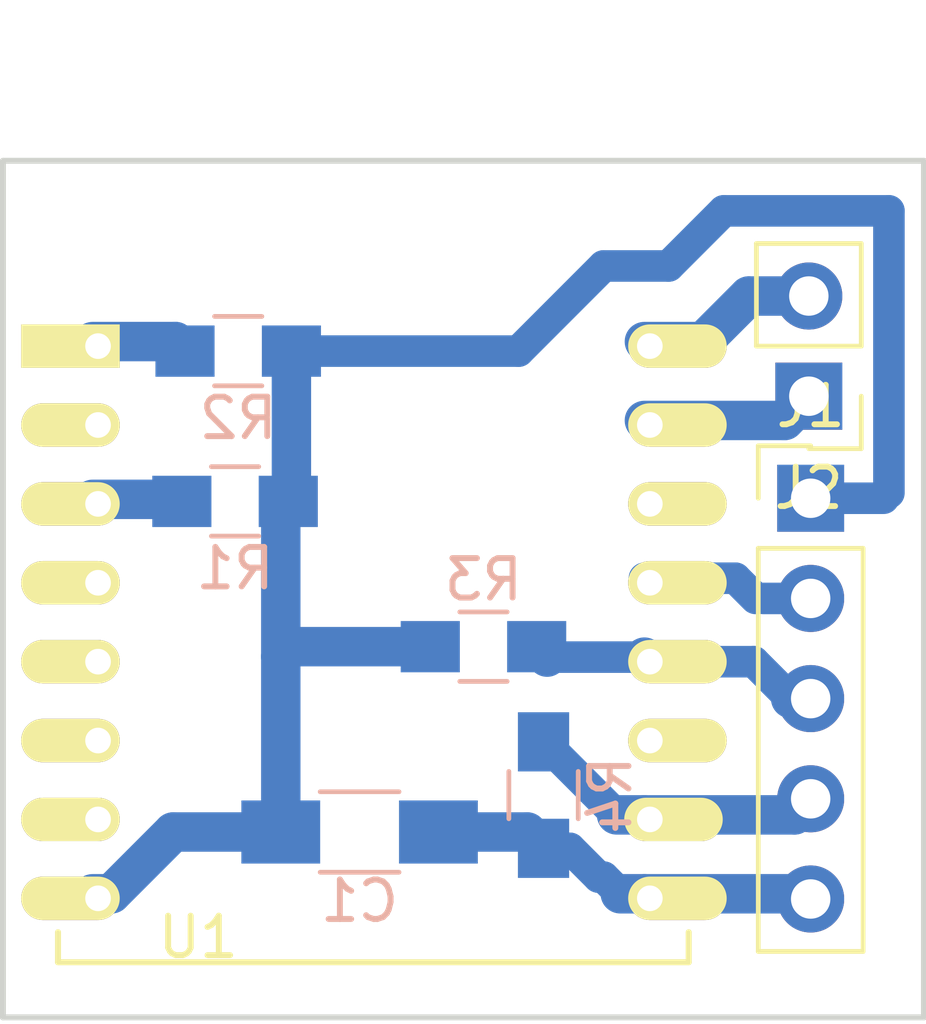
<source format=kicad_pcb>
(kicad_pcb (version 20171130) (host pcbnew 5.1.9-73d0e3b20d~88~ubuntu20.04.1)

  (general
    (thickness 1.6)
    (drawings 6)
    (tracks 48)
    (zones 0)
    (modules 8)
    (nets 10)
  )

  (page A4)
  (layers
    (0 F.Cu signal)
    (31 B.Cu signal)
    (32 B.Adhes user)
    (33 F.Adhes user)
    (34 B.Paste user)
    (35 F.Paste user)
    (36 B.SilkS user)
    (37 F.SilkS user)
    (38 B.Mask user)
    (39 F.Mask user)
    (40 Dwgs.User user)
    (41 Cmts.User user)
    (42 Eco1.User user)
    (43 Eco2.User user)
    (44 Edge.Cuts user)
    (45 Margin user)
    (46 B.CrtYd user)
    (47 F.CrtYd user)
    (48 B.Fab user)
    (49 F.Fab user)
  )

  (setup
    (last_trace_width 0.8)
    (trace_clearance 0.2)
    (zone_clearance 0.508)
    (zone_45_only no)
    (trace_min 0.2)
    (via_size 0.8)
    (via_drill 0.4)
    (via_min_size 0.4)
    (via_min_drill 0.3)
    (uvia_size 0.3)
    (uvia_drill 0.1)
    (uvias_allowed no)
    (uvia_min_size 0.2)
    (uvia_min_drill 0.1)
    (edge_width 0.15)
    (segment_width 0.2)
    (pcb_text_width 0.3)
    (pcb_text_size 1.5 1.5)
    (mod_edge_width 0.15)
    (mod_text_size 1 1)
    (mod_text_width 0.15)
    (pad_size 1.524 1.524)
    (pad_drill 0.762)
    (pad_to_mask_clearance 0.051)
    (solder_mask_min_width 0.25)
    (aux_axis_origin 0 0)
    (visible_elements FFFFFF7F)
    (pcbplotparams
      (layerselection 0x010fc_ffffffff)
      (usegerberextensions false)
      (usegerberattributes false)
      (usegerberadvancedattributes false)
      (creategerberjobfile false)
      (excludeedgelayer true)
      (linewidth 0.100000)
      (plotframeref false)
      (viasonmask false)
      (mode 1)
      (useauxorigin false)
      (hpglpennumber 1)
      (hpglpenspeed 20)
      (hpglpendiameter 15.000000)
      (psnegative false)
      (psa4output false)
      (plotreference true)
      (plotvalue true)
      (plotinvisibletext false)
      (padsonsilk false)
      (subtractmaskfromsilk false)
      (outputformat 1)
      (mirror false)
      (drillshape 1)
      (scaleselection 1)
      (outputdirectory ""))
  )

  (net 0 "")
  (net 1 +3V3)
  (net 2 GND)
  (net 3 "Net-(R1-Pad1)")
  (net 4 "Net-(R2-Pad1)")
  (net 5 "Net-(J1-Pad2)")
  (net 6 "Net-(J1-Pad4)")
  (net 7 "Net-(J1-Pad3)")
  (net 8 Rx)
  (net 9 Tx)

  (net_class Default "This is the default net class."
    (clearance 0.2)
    (trace_width 0.8)
    (via_dia 0.8)
    (via_drill 0.4)
    (uvia_dia 0.3)
    (uvia_drill 0.1)
    (add_net +3V3)
    (add_net GND)
    (add_net "Net-(J1-Pad2)")
    (add_net "Net-(J1-Pad3)")
    (add_net "Net-(J1-Pad4)")
    (add_net "Net-(R1-Pad1)")
    (add_net "Net-(R2-Pad1)")
    (add_net Rx)
    (add_net Tx)
  )

  (module ESP8266:ESP-12 locked (layer F.Cu) (tedit 55BE5912) (tstamp 605ABB47)
    (at 240.538 129.667)
    (descr "Module, ESP-8266, ESP-12, 16 pad, SMD")
    (tags "Module ESP-8266 ESP8266")
    (fp_text reference U1 (at 2.54 14.986) (layer F.SilkS)
      (effects (font (size 1 1) (thickness 0.15)))
    )
    (fp_text value ESP-12 (at 6.992 1) (layer F.Fab)
      (effects (font (size 1 1) (thickness 0.15)))
    )
    (fp_line (start -1.008 -8.4) (end 14.992 -8.4) (layer F.Fab) (width 0.05))
    (fp_line (start -1.008 15.6) (end -1.008 -8.4) (layer F.Fab) (width 0.05))
    (fp_line (start 14.992 15.6) (end -1.008 15.6) (layer F.Fab) (width 0.05))
    (fp_line (start 15 -8.4) (end 15 15.6) (layer F.Fab) (width 0.05))
    (fp_line (start -1.008 -2.6) (end 14.992 -2.6) (layer F.CrtYd) (width 0.1524))
    (fp_line (start -1.008 -8.4) (end 14.992 -2.6) (layer F.CrtYd) (width 0.1524))
    (fp_line (start 14.992 -8.4) (end -1.008 -2.6) (layer F.CrtYd) (width 0.1524))
    (fp_line (start 14.986 15.621) (end 14.986 14.859) (layer F.SilkS) (width 0.1524))
    (fp_line (start -1.016 15.621) (end 14.986 15.621) (layer F.SilkS) (width 0.1524))
    (fp_line (start -1.016 14.859) (end -1.016 15.621) (layer F.SilkS) (width 0.1524))
    (fp_line (start -1.016 -8.382) (end -1.016 -1.016) (layer F.CrtYd) (width 0.1524))
    (fp_line (start 14.986 -8.382) (end 14.986 -0.889) (layer F.CrtYd) (width 0.1524))
    (fp_line (start -1.016 -8.382) (end 14.986 -8.382) (layer F.CrtYd) (width 0.1524))
    (fp_line (start -2.25 16) (end -2.25 -0.5) (layer F.CrtYd) (width 0.05))
    (fp_line (start 16.25 16) (end -2.25 16) (layer F.CrtYd) (width 0.05))
    (fp_line (start 16.25 -8.75) (end 16.25 16) (layer F.CrtYd) (width 0.05))
    (fp_line (start 15.25 -8.75) (end 16.25 -8.75) (layer F.CrtYd) (width 0.05))
    (fp_line (start -2.25 -8.75) (end 15.25 -8.75) (layer F.CrtYd) (width 0.05))
    (fp_line (start -2.25 -0.5) (end -2.25 -8.75) (layer F.CrtYd) (width 0.05))
    (fp_text user "No Copper" (at 6.892 -5.4) (layer F.CrtYd)
      (effects (font (size 1 1) (thickness 0.15)))
    )
    (pad 16 thru_hole oval (at 14 0) (size 2.5 1.1) (drill 0.65 (offset 0.7 0)) (layers *.Cu *.Mask F.SilkS))
    (pad 15 thru_hole oval (at 14 2) (size 2.5 1.1) (drill 0.65 (offset 0.7 0)) (layers *.Cu *.Mask F.SilkS))
    (pad 14 thru_hole oval (at 14 4) (size 2.5 1.1) (drill 0.65 (offset 0.7 0)) (layers *.Cu *.Mask F.SilkS))
    (pad 13 thru_hole oval (at 14 6) (size 2.5 1.1) (drill 0.65 (offset 0.7 0)) (layers *.Cu *.Mask F.SilkS))
    (pad 12 thru_hole oval (at 14 8) (size 2.5 1.1) (drill 0.65 (offset 0.7 0)) (layers *.Cu *.Mask F.SilkS))
    (pad 11 thru_hole oval (at 14 10) (size 2.5 1.1) (drill 0.65 (offset 0.7 0)) (layers *.Cu *.Mask F.SilkS))
    (pad 10 thru_hole oval (at 14 12) (size 2.5 1.1) (drill 0.65 (offset 0.6 0)) (layers *.Cu *.Mask F.SilkS))
    (pad 9 thru_hole oval (at 14 14) (size 2.5 1.1) (drill 0.65 (offset 0.7 0)) (layers *.Cu *.Mask F.SilkS))
    (pad 8 thru_hole oval (at 0 14) (size 2.5 1.1) (drill 0.65 (offset -0.7 0)) (layers *.Cu *.Mask F.SilkS))
    (pad 7 thru_hole oval (at 0 12) (size 2.5 1.1) (drill 0.65 (offset -0.7 0)) (layers *.Cu *.Mask F.SilkS))
    (pad 6 thru_hole oval (at 0 10) (size 2.5 1.1) (drill 0.65 (offset -0.7 0)) (layers *.Cu *.Mask F.SilkS))
    (pad 5 thru_hole oval (at 0 8) (size 2.5 1.1) (drill 0.65 (offset -0.7 0)) (layers *.Cu *.Mask F.SilkS))
    (pad 4 thru_hole oval (at 0 6) (size 2.5 1.1) (drill 0.65 (offset -0.7 0)) (layers *.Cu *.Mask F.SilkS))
    (pad 3 thru_hole oval (at 0 4) (size 2.5 1.1) (drill 0.65 (offset -0.7 0)) (layers *.Cu *.Mask F.SilkS))
    (pad 2 thru_hole oval (at 0 2) (size 2.5 1.1) (drill 0.65 (offset -0.7 0)) (layers *.Cu *.Mask F.SilkS))
    (pad 1 thru_hole rect (at 0 0) (size 2.5 1.1) (drill 0.65 (offset -0.7 0)) (layers *.Cu *.Mask F.SilkS))
    (model ${ESPLIB}/ESP8266.3dshapes/ESP-12.wrl
      (at (xyz 0 0 0))
      (scale (xyz 0.3937 0.3937 0.3937))
      (rotate (xyz 0 0 0))
    )
  )

  (module Capacitors_SMD:C_1206_HandSoldering (layer B.Cu) (tedit 58AA84D1) (tstamp 5DA91ABC)
    (at 247.174 141.986)
    (descr "Capacitor SMD 1206, hand soldering")
    (tags "capacitor 1206")
    (path /5D9D9EC3)
    (attr smd)
    (fp_text reference C1 (at 0 1.75) (layer B.SilkS)
      (effects (font (size 1 1) (thickness 0.15)) (justify mirror))
    )
    (fp_text value 100nF (at 0 -2) (layer B.Fab)
      (effects (font (size 1 1) (thickness 0.15)) (justify mirror))
    )
    (fp_line (start -1.6 -0.8) (end -1.6 0.8) (layer B.Fab) (width 0.1))
    (fp_line (start 1.6 -0.8) (end -1.6 -0.8) (layer B.Fab) (width 0.1))
    (fp_line (start 1.6 0.8) (end 1.6 -0.8) (layer B.Fab) (width 0.1))
    (fp_line (start -1.6 0.8) (end 1.6 0.8) (layer B.Fab) (width 0.1))
    (fp_line (start 1 1.02) (end -1 1.02) (layer B.SilkS) (width 0.12))
    (fp_line (start -1 -1.02) (end 1 -1.02) (layer B.SilkS) (width 0.12))
    (fp_line (start -3.25 1.05) (end 3.25 1.05) (layer B.CrtYd) (width 0.05))
    (fp_line (start -3.25 1.05) (end -3.25 -1.05) (layer B.CrtYd) (width 0.05))
    (fp_line (start 3.25 -1.05) (end 3.25 1.05) (layer B.CrtYd) (width 0.05))
    (fp_line (start 3.25 -1.05) (end -3.25 -1.05) (layer B.CrtYd) (width 0.05))
    (fp_text user %R (at 0 1.75) (layer B.Fab)
      (effects (font (size 1 1) (thickness 0.15)) (justify mirror))
    )
    (pad 1 smd rect (at -2 0) (size 2 1.6) (layers B.Cu B.Paste B.Mask)
      (net 1 +3V3))
    (pad 2 smd rect (at 2 0) (size 2 1.6) (layers B.Cu B.Paste B.Mask)
      (net 2 GND))
    (model Capacitors_SMD.3dshapes/C_1206.wrl
      (at (xyz 0 0 0))
      (scale (xyz 1 1 1))
      (rotate (xyz 0 0 0))
    )
  )

  (module Resistors_SMD:R_0805_HandSoldering (layer B.Cu) (tedit 58E0A804) (tstamp 5DA91ACD)
    (at 244.014 133.604)
    (descr "Resistor SMD 0805, hand soldering")
    (tags "resistor 0805")
    (path /5D9D9DE3)
    (attr smd)
    (fp_text reference R1 (at 0 1.7) (layer B.SilkS)
      (effects (font (size 1 1) (thickness 0.15)) (justify mirror))
    )
    (fp_text value 10k (at 0 -1.75) (layer B.Fab)
      (effects (font (size 1 1) (thickness 0.15)) (justify mirror))
    )
    (fp_line (start 2.35 -0.9) (end -2.35 -0.9) (layer B.CrtYd) (width 0.05))
    (fp_line (start 2.35 -0.9) (end 2.35 0.9) (layer B.CrtYd) (width 0.05))
    (fp_line (start -2.35 0.9) (end -2.35 -0.9) (layer B.CrtYd) (width 0.05))
    (fp_line (start -2.35 0.9) (end 2.35 0.9) (layer B.CrtYd) (width 0.05))
    (fp_line (start -0.6 0.88) (end 0.6 0.88) (layer B.SilkS) (width 0.12))
    (fp_line (start 0.6 -0.88) (end -0.6 -0.88) (layer B.SilkS) (width 0.12))
    (fp_line (start -1 0.62) (end 1 0.62) (layer B.Fab) (width 0.1))
    (fp_line (start 1 0.62) (end 1 -0.62) (layer B.Fab) (width 0.1))
    (fp_line (start 1 -0.62) (end -1 -0.62) (layer B.Fab) (width 0.1))
    (fp_line (start -1 -0.62) (end -1 0.62) (layer B.Fab) (width 0.1))
    (fp_text user %R (at 0 0) (layer B.Fab)
      (effects (font (size 0.5 0.5) (thickness 0.075)) (justify mirror))
    )
    (pad 2 smd rect (at 1.35 0) (size 1.5 1.3) (layers B.Cu B.Paste B.Mask)
      (net 1 +3V3))
    (pad 1 smd rect (at -1.35 0) (size 1.5 1.3) (layers B.Cu B.Paste B.Mask)
      (net 3 "Net-(R1-Pad1)"))
    (model ${KISYS3DMOD}/Resistors_SMD.3dshapes/R_0805.wrl
      (at (xyz 0 0 0))
      (scale (xyz 1 1 1))
      (rotate (xyz 0 0 0))
    )
  )

  (module Resistors_SMD:R_0805_HandSoldering (layer B.Cu) (tedit 58E0A804) (tstamp 5DA91ADE)
    (at 244.094 129.794)
    (descr "Resistor SMD 0805, hand soldering")
    (tags "resistor 0805")
    (path /5D9D9DB0)
    (attr smd)
    (fp_text reference R2 (at 0 1.7) (layer B.SilkS)
      (effects (font (size 1 1) (thickness 0.15)) (justify mirror))
    )
    (fp_text value 10k (at 0 -1.75) (layer B.Fab)
      (effects (font (size 1 1) (thickness 0.15)) (justify mirror))
    )
    (fp_line (start -1 -0.62) (end -1 0.62) (layer B.Fab) (width 0.1))
    (fp_line (start 1 -0.62) (end -1 -0.62) (layer B.Fab) (width 0.1))
    (fp_line (start 1 0.62) (end 1 -0.62) (layer B.Fab) (width 0.1))
    (fp_line (start -1 0.62) (end 1 0.62) (layer B.Fab) (width 0.1))
    (fp_line (start 0.6 -0.88) (end -0.6 -0.88) (layer B.SilkS) (width 0.12))
    (fp_line (start -0.6 0.88) (end 0.6 0.88) (layer B.SilkS) (width 0.12))
    (fp_line (start -2.35 0.9) (end 2.35 0.9) (layer B.CrtYd) (width 0.05))
    (fp_line (start -2.35 0.9) (end -2.35 -0.9) (layer B.CrtYd) (width 0.05))
    (fp_line (start 2.35 -0.9) (end 2.35 0.9) (layer B.CrtYd) (width 0.05))
    (fp_line (start 2.35 -0.9) (end -2.35 -0.9) (layer B.CrtYd) (width 0.05))
    (fp_text user %R (at 0 0) (layer B.Fab)
      (effects (font (size 0.5 0.5) (thickness 0.075)) (justify mirror))
    )
    (pad 1 smd rect (at -1.35 0) (size 1.5 1.3) (layers B.Cu B.Paste B.Mask)
      (net 4 "Net-(R2-Pad1)"))
    (pad 2 smd rect (at 1.35 0) (size 1.5 1.3) (layers B.Cu B.Paste B.Mask)
      (net 1 +3V3))
    (model ${KISYS3DMOD}/Resistors_SMD.3dshapes/R_0805.wrl
      (at (xyz 0 0 0))
      (scale (xyz 1 1 1))
      (rotate (xyz 0 0 0))
    )
  )

  (module Resistors_SMD:R_0805_HandSoldering (layer B.Cu) (tedit 58E0A804) (tstamp 5DA91AEF)
    (at 250.317 137.287 180)
    (descr "Resistor SMD 0805, hand soldering")
    (tags "resistor 0805")
    (path /5D9D9E65)
    (attr smd)
    (fp_text reference R3 (at 0 1.7 180) (layer B.SilkS)
      (effects (font (size 1 1) (thickness 0.15)) (justify mirror))
    )
    (fp_text value 10k (at 0 -1.75 180) (layer B.Fab)
      (effects (font (size 1 1) (thickness 0.15)) (justify mirror))
    )
    (fp_line (start 2.35 -0.9) (end -2.35 -0.9) (layer B.CrtYd) (width 0.05))
    (fp_line (start 2.35 -0.9) (end 2.35 0.9) (layer B.CrtYd) (width 0.05))
    (fp_line (start -2.35 0.9) (end -2.35 -0.9) (layer B.CrtYd) (width 0.05))
    (fp_line (start -2.35 0.9) (end 2.35 0.9) (layer B.CrtYd) (width 0.05))
    (fp_line (start -0.6 0.88) (end 0.6 0.88) (layer B.SilkS) (width 0.12))
    (fp_line (start 0.6 -0.88) (end -0.6 -0.88) (layer B.SilkS) (width 0.12))
    (fp_line (start -1 0.62) (end 1 0.62) (layer B.Fab) (width 0.1))
    (fp_line (start 1 0.62) (end 1 -0.62) (layer B.Fab) (width 0.1))
    (fp_line (start 1 -0.62) (end -1 -0.62) (layer B.Fab) (width 0.1))
    (fp_line (start -1 -0.62) (end -1 0.62) (layer B.Fab) (width 0.1))
    (fp_text user %R (at 0 0 180) (layer B.Fab)
      (effects (font (size 0.5 0.5) (thickness 0.075)) (justify mirror))
    )
    (pad 2 smd rect (at 1.35 0 180) (size 1.5 1.3) (layers B.Cu B.Paste B.Mask)
      (net 1 +3V3))
    (pad 1 smd rect (at -1.35 0 180) (size 1.5 1.3) (layers B.Cu B.Paste B.Mask)
      (net 7 "Net-(J1-Pad3)"))
    (model ${KISYS3DMOD}/Resistors_SMD.3dshapes/R_0805.wrl
      (at (xyz 0 0 0))
      (scale (xyz 1 1 1))
      (rotate (xyz 0 0 0))
    )
  )

  (module Resistors_SMD:R_0805_HandSoldering (layer B.Cu) (tedit 58E0A804) (tstamp 5DA91B00)
    (at 251.841 141.05 90)
    (descr "Resistor SMD 0805, hand soldering")
    (tags "resistor 0805")
    (path /5D9D9DFD)
    (attr smd)
    (fp_text reference R4 (at 0 1.7 90) (layer B.SilkS)
      (effects (font (size 1 1) (thickness 0.15)) (justify mirror))
    )
    (fp_text value 10k (at 0 -1.75 90) (layer B.Fab)
      (effects (font (size 1 1) (thickness 0.15)) (justify mirror))
    )
    (fp_line (start -1 -0.62) (end -1 0.62) (layer B.Fab) (width 0.1))
    (fp_line (start 1 -0.62) (end -1 -0.62) (layer B.Fab) (width 0.1))
    (fp_line (start 1 0.62) (end 1 -0.62) (layer B.Fab) (width 0.1))
    (fp_line (start -1 0.62) (end 1 0.62) (layer B.Fab) (width 0.1))
    (fp_line (start 0.6 -0.88) (end -0.6 -0.88) (layer B.SilkS) (width 0.12))
    (fp_line (start -0.6 0.88) (end 0.6 0.88) (layer B.SilkS) (width 0.12))
    (fp_line (start -2.35 0.9) (end 2.35 0.9) (layer B.CrtYd) (width 0.05))
    (fp_line (start -2.35 0.9) (end -2.35 -0.9) (layer B.CrtYd) (width 0.05))
    (fp_line (start 2.35 -0.9) (end 2.35 0.9) (layer B.CrtYd) (width 0.05))
    (fp_line (start 2.35 -0.9) (end -2.35 -0.9) (layer B.CrtYd) (width 0.05))
    (fp_text user %R (at 0 0 90) (layer B.Fab)
      (effects (font (size 0.5 0.5) (thickness 0.075)) (justify mirror))
    )
    (pad 1 smd rect (at -1.35 0 90) (size 1.5 1.3) (layers B.Cu B.Paste B.Mask)
      (net 2 GND))
    (pad 2 smd rect (at 1.35 0 90) (size 1.5 1.3) (layers B.Cu B.Paste B.Mask)
      (net 6 "Net-(J1-Pad4)"))
    (model ${KISYS3DMOD}/Resistors_SMD.3dshapes/R_0805.wrl
      (at (xyz 0 0 0))
      (scale (xyz 1 1 1))
      (rotate (xyz 0 0 0))
    )
  )

  (module Pin_Headers:Pin_Header_Straight_1x05_Pitch2.54mm (layer F.Cu) (tedit 59650532) (tstamp 5DAC4841)
    (at 258.619001 133.524001)
    (descr "Through hole straight pin header, 1x05, 2.54mm pitch, single row")
    (tags "Through hole pin header THT 1x05 2.54mm single row")
    (path /5D9F47F1)
    (fp_text reference J1 (at 0 -2.33) (layer F.SilkS)
      (effects (font (size 1 1) (thickness 0.15)))
    )
    (fp_text value Conn1 (at 0 12.49) (layer F.Fab)
      (effects (font (size 1 1) (thickness 0.15)))
    )
    (fp_line (start -0.635 -1.27) (end 1.27 -1.27) (layer F.Fab) (width 0.1))
    (fp_line (start 1.27 -1.27) (end 1.27 11.43) (layer F.Fab) (width 0.1))
    (fp_line (start 1.27 11.43) (end -1.27 11.43) (layer F.Fab) (width 0.1))
    (fp_line (start -1.27 11.43) (end -1.27 -0.635) (layer F.Fab) (width 0.1))
    (fp_line (start -1.27 -0.635) (end -0.635 -1.27) (layer F.Fab) (width 0.1))
    (fp_line (start -1.33 11.49) (end 1.33 11.49) (layer F.SilkS) (width 0.12))
    (fp_line (start -1.33 1.27) (end -1.33 11.49) (layer F.SilkS) (width 0.12))
    (fp_line (start 1.33 1.27) (end 1.33 11.49) (layer F.SilkS) (width 0.12))
    (fp_line (start -1.33 1.27) (end 1.33 1.27) (layer F.SilkS) (width 0.12))
    (fp_line (start -1.33 0) (end -1.33 -1.33) (layer F.SilkS) (width 0.12))
    (fp_line (start -1.33 -1.33) (end 0 -1.33) (layer F.SilkS) (width 0.12))
    (fp_line (start -1.8 -1.8) (end -1.8 11.95) (layer F.CrtYd) (width 0.05))
    (fp_line (start -1.8 11.95) (end 1.8 11.95) (layer F.CrtYd) (width 0.05))
    (fp_line (start 1.8 11.95) (end 1.8 -1.8) (layer F.CrtYd) (width 0.05))
    (fp_line (start 1.8 -1.8) (end -1.8 -1.8) (layer F.CrtYd) (width 0.05))
    (fp_text user %R (at 0 5.08 90) (layer F.Fab)
      (effects (font (size 1 1) (thickness 0.15)))
    )
    (pad 1 thru_hole rect (at 0 0) (size 1.7 1.7) (drill 1) (layers *.Cu *.Mask)
      (net 1 +3V3))
    (pad 2 thru_hole oval (at 0 2.54) (size 1.7 1.7) (drill 1) (layers *.Cu *.Mask)
      (net 5 "Net-(J1-Pad2)"))
    (pad 3 thru_hole oval (at 0 5.08) (size 1.7 1.7) (drill 1) (layers *.Cu *.Mask)
      (net 7 "Net-(J1-Pad3)"))
    (pad 4 thru_hole oval (at 0 7.62) (size 1.7 1.7) (drill 1) (layers *.Cu *.Mask)
      (net 6 "Net-(J1-Pad4)"))
    (pad 5 thru_hole oval (at 0 10.16) (size 1.7 1.7) (drill 1) (layers *.Cu *.Mask)
      (net 2 GND))
    (model ${KISYS3DMOD}/Pin_Headers.3dshapes/Pin_Header_Straight_1x05_Pitch2.54mm.wrl
      (at (xyz 0 0 0))
      (scale (xyz 1 1 1))
      (rotate (xyz 0 0 0))
    )
  )

  (module Pin_Headers:Pin_Header_Straight_1x02_Pitch2.54mm (layer F.Cu) (tedit 59650532) (tstamp 5DAC4857)
    (at 258.572 130.937 180)
    (descr "Through hole straight pin header, 1x02, 2.54mm pitch, single row")
    (tags "Through hole pin header THT 1x02 2.54mm single row")
    (path /5D9F920B)
    (fp_text reference J2 (at 0 -2.33 180) (layer F.SilkS)
      (effects (font (size 1 1) (thickness 0.15)))
    )
    (fp_text value TxRx (at 0 4.87 180) (layer F.Fab)
      (effects (font (size 1 1) (thickness 0.15)))
    )
    (fp_line (start -0.635 -1.27) (end 1.27 -1.27) (layer F.Fab) (width 0.1))
    (fp_line (start 1.27 -1.27) (end 1.27 3.81) (layer F.Fab) (width 0.1))
    (fp_line (start 1.27 3.81) (end -1.27 3.81) (layer F.Fab) (width 0.1))
    (fp_line (start -1.27 3.81) (end -1.27 -0.635) (layer F.Fab) (width 0.1))
    (fp_line (start -1.27 -0.635) (end -0.635 -1.27) (layer F.Fab) (width 0.1))
    (fp_line (start -1.33 3.87) (end 1.33 3.87) (layer F.SilkS) (width 0.12))
    (fp_line (start -1.33 1.27) (end -1.33 3.87) (layer F.SilkS) (width 0.12))
    (fp_line (start 1.33 1.27) (end 1.33 3.87) (layer F.SilkS) (width 0.12))
    (fp_line (start -1.33 1.27) (end 1.33 1.27) (layer F.SilkS) (width 0.12))
    (fp_line (start -1.33 0) (end -1.33 -1.33) (layer F.SilkS) (width 0.12))
    (fp_line (start -1.33 -1.33) (end 0 -1.33) (layer F.SilkS) (width 0.12))
    (fp_line (start -1.8 -1.8) (end -1.8 4.35) (layer F.CrtYd) (width 0.05))
    (fp_line (start -1.8 4.35) (end 1.8 4.35) (layer F.CrtYd) (width 0.05))
    (fp_line (start 1.8 4.35) (end 1.8 -1.8) (layer F.CrtYd) (width 0.05))
    (fp_line (start 1.8 -1.8) (end -1.8 -1.8) (layer F.CrtYd) (width 0.05))
    (fp_text user %R (at 0 1.27 270) (layer F.Fab)
      (effects (font (size 1 1) (thickness 0.15)))
    )
    (pad 1 thru_hole rect (at 0 0 180) (size 1.7 1.7) (drill 1) (layers *.Cu *.Mask)
      (net 8 Rx))
    (pad 2 thru_hole oval (at 0 2.54 180) (size 1.7 1.7) (drill 1) (layers *.Cu *.Mask)
      (net 9 Tx))
    (model ${KISYS3DMOD}/Pin_Headers.3dshapes/Pin_Header_Straight_1x02_Pitch2.54mm.wrl
      (at (xyz 0 0 0))
      (scale (xyz 1 1 1))
      (rotate (xyz 0 0 0))
    )
  )

  (gr_line (start 238.125 146.685) (end 238.125 146.558) (layer Edge.Cuts) (width 0.15) (tstamp 605AC172))
  (gr_line (start 261.493 146.685) (end 261.493 146.558) (layer Edge.Cuts) (width 0.15))
  (gr_line (start 238.125 146.685) (end 261.493 146.685) (layer Edge.Cuts) (width 0.15))
  (gr_line (start 238.125 124.968) (end 238.125 146.558) (layer Edge.Cuts) (width 0.15))
  (gr_line (start 261.493 124.968) (end 238.125 124.968) (layer Edge.Cuts) (width 0.15))
  (gr_line (start 261.493 146.558) (end 261.493 124.968) (layer Edge.Cuts) (width 0.15))

  (segment (start 240.400001 143.552001) (end 240.876999 143.552001) (width 1) (layer B.Cu) (net 1) (status 30))
  (segment (start 242.443 141.986) (end 245.174 141.986) (width 1) (layer B.Cu) (net 1) (status 20))
  (segment (start 240.876999 143.552001) (end 242.443 141.986) (width 1) (layer B.Cu) (net 1) (status 10))
  (segment (start 245.444 133.524) (end 245.364 133.604) (width 1) (layer B.Cu) (net 1) (status 30))
  (segment (start 245.444 129.794) (end 245.444 133.524) (width 1) (layer B.Cu) (net 1) (status 30))
  (segment (start 245.444 129.794) (end 251.206 129.794) (width 0.8) (layer B.Cu) (net 1) (status 10))
  (segment (start 260.469001 133.524001) (end 258.619001 133.524001) (width 0.8) (layer B.Cu) (net 1) (status 20))
  (segment (start 251.206 129.794) (end 253.365 127.635) (width 0.8) (layer B.Cu) (net 1))
  (segment (start 260.604 126.238) (end 260.604 133.389002) (width 0.8) (layer B.Cu) (net 1))
  (segment (start 256.413 126.238) (end 260.604 126.238) (width 0.8) (layer B.Cu) (net 1))
  (segment (start 255.016 127.635) (end 256.413 126.238) (width 0.8) (layer B.Cu) (net 1))
  (segment (start 253.365 127.635) (end 255.016 127.635) (width 0.8) (layer B.Cu) (net 1))
  (segment (start 245.174 133.794) (end 245.364 133.604) (width 1) (layer B.Cu) (net 1))
  (segment (start 245.428 137.287) (end 245.174 137.541) (width 1) (layer B.Cu) (net 1))
  (segment (start 248.967 137.287) (end 245.428 137.287) (width 1) (layer B.Cu) (net 1))
  (segment (start 245.174 141.986) (end 245.174 137.541) (width 1) (layer B.Cu) (net 1))
  (segment (start 245.174 137.541) (end 245.174 133.794) (width 1) (layer B.Cu) (net 1))
  (segment (start 251.427 141.986) (end 251.841 142.4) (width 1) (layer B.Cu) (net 2) (status 30))
  (segment (start 249.174 141.986) (end 251.427 141.986) (width 1) (layer B.Cu) (net 2) (status 30))
  (segment (start 251.841 142.4) (end 252.509 142.4) (width 0.8) (layer B.Cu) (net 2) (status 10))
  (segment (start 253.788001 143.552001) (end 254.400001 143.552001) (width 1) (layer B.Cu) (net 2) (status 20))
  (segment (start 253.365 143.129) (end 253.788001 143.552001) (width 0.8) (layer B.Cu) (net 2))
  (segment (start 258.487001 143.552001) (end 258.619001 143.684001) (width 1) (layer B.Cu) (net 2) (status 30))
  (segment (start 254.400001 143.552001) (end 258.487001 143.552001) (width 1) (layer B.Cu) (net 2) (status 30))
  (segment (start 253.238 143.129) (end 252.509 142.4) (width 0.8) (layer B.Cu) (net 2))
  (segment (start 253.365 143.129) (end 253.238 143.129) (width 0.8) (layer B.Cu) (net 2))
  (segment (start 242.612001 133.552001) (end 242.664 133.604) (width 1) (layer B.Cu) (net 3) (status 30))
  (segment (start 240.400001 133.552001) (end 242.612001 133.552001) (width 1) (layer B.Cu) (net 3) (status 30))
  (segment (start 242.502001 129.552001) (end 242.744 129.794) (width 1) (layer B.Cu) (net 4) (status 30))
  (segment (start 240.400001 129.552001) (end 242.502001 129.552001) (width 1) (layer B.Cu) (net 4) (status 30))
  (segment (start 257.41692 136.064001) (end 258.619001 136.064001) (width 0.8) (layer B.Cu) (net 5))
  (segment (start 256.710001 135.552001) (end 254.400001 135.552001) (width 0.8) (layer B.Cu) (net 5))
  (segment (start 257.222001 136.064001) (end 256.710001 135.552001) (width 0.8) (layer B.Cu) (net 5))
  (segment (start 253.693001 141.552001) (end 251.841 139.7) (width 0.8) (layer B.Cu) (net 6) (status 20))
  (segment (start 254.400001 141.552001) (end 253.693001 141.552001) (width 1) (layer B.Cu) (net 6) (status 10))
  (segment (start 258.211001 141.552001) (end 258.619001 141.144001) (width 1) (layer B.Cu) (net 6) (status 30))
  (segment (start 254.400001 141.552001) (end 258.211001 141.552001) (width 1) (layer B.Cu) (net 6) (status 30))
  (segment (start 251.932001 137.552001) (end 251.667 137.287) (width 1) (layer B.Cu) (net 7))
  (segment (start 254.400001 137.552001) (end 251.932001 137.552001) (width 0.8) (layer B.Cu) (net 7))
  (segment (start 258.619001 138.604001) (end 258.111001 138.604001) (width 1) (layer B.Cu) (net 7))
  (segment (start 258.111001 138.604001) (end 257.175 137.668) (width 0.8) (layer B.Cu) (net 7))
  (segment (start 254.516 137.668) (end 254.400001 137.552001) (width 1) (layer B.Cu) (net 7))
  (segment (start 257.175 137.668) (end 254.516 137.668) (width 0.8) (layer B.Cu) (net 7))
  (segment (start 257.956999 131.552001) (end 258.572 130.937) (width 1) (layer B.Cu) (net 8) (status 30))
  (segment (start 254.400001 131.552001) (end 257.956999 131.552001) (width 1) (layer B.Cu) (net 8) (status 30))
  (segment (start 254.400001 129.552001) (end 255.892999 129.552001) (width 1) (layer B.Cu) (net 9) (status 30))
  (segment (start 257.048 128.397) (end 258.572 128.397) (width 1) (layer B.Cu) (net 9) (status 20))
  (segment (start 255.892999 129.552001) (end 257.048 128.397) (width 1) (layer B.Cu) (net 9) (status 10))

)

</source>
